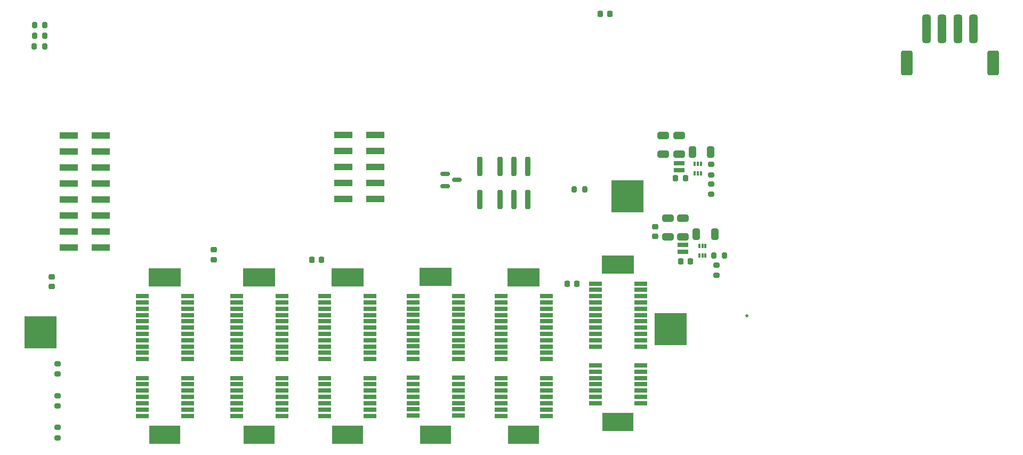
<source format=gbr>
%TF.GenerationSoftware,KiCad,Pcbnew,8.0.4*%
%TF.CreationDate,2024-09-18T10:43:36+01:00*%
%TF.ProjectId,Main_V44,4d61696e-5f56-4343-942e-6b696361645f,rev?*%
%TF.SameCoordinates,Original*%
%TF.FileFunction,Paste,Top*%
%TF.FilePolarity,Positive*%
%FSLAX46Y46*%
G04 Gerber Fmt 4.6, Leading zero omitted, Abs format (unit mm)*
G04 Created by KiCad (PCBNEW 8.0.4) date 2024-09-18 10:43:36*
%MOMM*%
%LPD*%
G01*
G04 APERTURE LIST*
G04 Aperture macros list*
%AMRoundRect*
0 Rectangle with rounded corners*
0 $1 Rounding radius*
0 $2 $3 $4 $5 $6 $7 $8 $9 X,Y pos of 4 corners*
0 Add a 4 corners polygon primitive as box body*
4,1,4,$2,$3,$4,$5,$6,$7,$8,$9,$2,$3,0*
0 Add four circle primitives for the rounded corners*
1,1,$1+$1,$2,$3*
1,1,$1+$1,$4,$5*
1,1,$1+$1,$6,$7*
1,1,$1+$1,$8,$9*
0 Add four rect primitives between the rounded corners*
20,1,$1+$1,$2,$3,$4,$5,0*
20,1,$1+$1,$4,$5,$6,$7,0*
20,1,$1+$1,$6,$7,$8,$9,0*
20,1,$1+$1,$8,$9,$2,$3,0*%
G04 Aperture macros list end*
%ADD10R,5.100000X5.100000*%
%ADD11RoundRect,0.225000X0.225000X0.250000X-0.225000X0.250000X-0.225000X-0.250000X0.225000X-0.250000X0*%
%ADD12RoundRect,0.250000X0.325000X0.650000X-0.325000X0.650000X-0.325000X-0.650000X0.325000X-0.650000X0*%
%ADD13R,3.000000X1.000000*%
%ADD14R,2.000000X0.700000*%
%ADD15R,5.200000X3.000000*%
%ADD16R,5.000000X3.000000*%
%ADD17RoundRect,0.250000X0.650000X-0.325000X0.650000X0.325000X-0.650000X0.325000X-0.650000X-0.325000X0*%
%ADD18RoundRect,0.200000X0.275000X-0.200000X0.275000X0.200000X-0.275000X0.200000X-0.275000X-0.200000X0*%
%ADD19RoundRect,0.200000X-0.200000X-0.275000X0.200000X-0.275000X0.200000X0.275000X-0.200000X0.275000X0*%
%ADD20RoundRect,0.325000X-0.325000X-1.925000X0.325000X-1.925000X0.325000X1.925000X-0.325000X1.925000X0*%
%ADD21RoundRect,0.300001X-0.599999X-1.649999X0.599999X-1.649999X0.599999X1.649999X-0.599999X1.649999X0*%
%ADD22R,1.803400X0.711200*%
%ADD23RoundRect,0.225000X0.250000X-0.225000X0.250000X0.225000X-0.250000X0.225000X-0.250000X-0.225000X0*%
%ADD24RoundRect,0.200000X0.200000X-1.350000X0.200000X1.350000X-0.200000X1.350000X-0.200000X-1.350000X0*%
%ADD25R,0.340000X0.700000*%
%ADD26C,0.500000*%
%ADD27RoundRect,0.225000X-0.250000X0.225000X-0.250000X-0.225000X0.250000X-0.225000X0.250000X0.225000X0*%
%ADD28RoundRect,0.200000X-0.275000X0.200000X-0.275000X-0.200000X0.275000X-0.200000X0.275000X0.200000X0*%
%ADD29RoundRect,0.225000X-0.225000X-0.250000X0.225000X-0.250000X0.225000X0.250000X-0.225000X0.250000X0*%
%ADD30RoundRect,0.150000X-0.587500X-0.150000X0.587500X-0.150000X0.587500X0.150000X-0.587500X0.150000X0*%
%ADD31RoundRect,0.200000X0.200000X0.275000X-0.200000X0.275000X-0.200000X-0.275000X0.200000X-0.275000X0*%
G04 APERTURE END LIST*
D10*
%TO.C,J30*%
X112699800Y-35255200D03*
%TD*%
D11*
%TO.C,C56*%
X57300000Y-24200000D03*
X55750000Y-24200000D03*
%TD*%
D12*
%TO.C,C2*%
X119788200Y-20193000D03*
X116838200Y-20193000D03*
%TD*%
D11*
%TO.C,C58*%
X97879200Y-28067000D03*
X96329200Y-28067000D03*
%TD*%
D13*
%TO.C,J2*%
X17155000Y-22275000D03*
X17155000Y-19735000D03*
X17155000Y-17195000D03*
X17155000Y-14655000D03*
X17155000Y-12115000D03*
X17155000Y-9575000D03*
X17155000Y-7035000D03*
X17155000Y-4495000D03*
X22195000Y-22275000D03*
X22195000Y-19735000D03*
X22195000Y-17195000D03*
X22195000Y-14655000D03*
X22195000Y-12115000D03*
X22195000Y-9575000D03*
X22195000Y-7035000D03*
X22195000Y-4495000D03*
%TD*%
D14*
%TO.C,U17*%
X65000000Y-30000000D03*
X65000000Y-31000000D03*
X65000000Y-32000000D03*
X65000000Y-33000000D03*
X65000000Y-34000000D03*
X65000000Y-35000000D03*
X65000000Y-36000000D03*
X65000000Y-37000000D03*
X65000000Y-38000000D03*
X65000000Y-39000000D03*
X65000000Y-40000000D03*
X65000000Y-43000000D03*
X65000000Y-44000000D03*
X65000000Y-45000000D03*
X65000000Y-46000000D03*
X65000000Y-47000000D03*
X65000000Y-48000000D03*
X65000000Y-49000000D03*
X57800000Y-30000000D03*
X57800000Y-31000000D03*
X57800000Y-32000000D03*
X57800000Y-33000000D03*
X57800000Y-34000000D03*
X57800000Y-35000000D03*
X57800000Y-36000000D03*
X57800000Y-37000000D03*
X57800000Y-38000000D03*
X57800000Y-39000000D03*
X57800000Y-40000000D03*
X57800000Y-43000000D03*
X57800000Y-44000000D03*
X57800000Y-45000000D03*
X57800000Y-46000000D03*
X57800000Y-47000000D03*
X57800000Y-48000000D03*
X57800000Y-49000000D03*
D15*
X61400000Y-27000000D03*
D16*
X61400000Y-52000000D03*
%TD*%
D17*
%TO.C,C13*%
X114071400Y-7444000D03*
X114071400Y-4494000D03*
%TD*%
D18*
%TO.C,R49*%
X15367000Y-42354000D03*
X15367000Y-40704000D03*
%TD*%
D10*
%TO.C,J29*%
X105867200Y-14147800D03*
%TD*%
D19*
%TO.C,R47*%
X97445000Y-13080000D03*
X99095000Y-13080000D03*
%TD*%
D17*
%TO.C,C9*%
X114681000Y-20575800D03*
X114681000Y-17625800D03*
%TD*%
D13*
%TO.C,J3*%
X65795000Y-4445000D03*
X65795000Y-6985000D03*
X65795000Y-9525000D03*
X65795000Y-12065000D03*
X65795000Y-14605000D03*
X60755000Y-4445000D03*
X60755000Y-6985000D03*
X60755000Y-9525000D03*
X60755000Y-12065000D03*
X60755000Y-14605000D03*
%TD*%
D20*
%TO.C,J1*%
X153349000Y12400400D03*
X155849000Y12400400D03*
X158349000Y12400400D03*
X160849000Y12400400D03*
D21*
X150249000Y7050400D03*
X163949000Y7050400D03*
%TD*%
D22*
%TO.C,L2*%
X114122200Y-8928100D03*
X114122200Y-10020300D03*
%TD*%
D23*
%TO.C,C55*%
X40200000Y-24200000D03*
X40200000Y-22650000D03*
%TD*%
D14*
%TO.C,U15*%
X93000000Y-30000000D03*
X93000000Y-31000000D03*
X93000000Y-32000000D03*
X93000000Y-33000000D03*
X93000000Y-34000000D03*
X93000000Y-35000000D03*
X93000000Y-36000000D03*
X93000000Y-37000000D03*
X93000000Y-38000000D03*
X93000000Y-39000000D03*
X93000000Y-40000000D03*
X93000000Y-43000000D03*
X93000000Y-44000000D03*
X93000000Y-45000000D03*
X93000000Y-46000000D03*
X93000000Y-47000000D03*
X93000000Y-48000000D03*
X93000000Y-49000000D03*
X85800000Y-30000000D03*
X85800000Y-31000000D03*
X85800000Y-32000000D03*
X85800000Y-33000000D03*
X85800000Y-34000000D03*
X85800000Y-35000000D03*
X85800000Y-36000000D03*
X85800000Y-37000000D03*
X85800000Y-38000000D03*
X85800000Y-39000000D03*
X85800000Y-40000000D03*
X85800000Y-43000000D03*
X85800000Y-44000000D03*
X85800000Y-45000000D03*
X85800000Y-46000000D03*
X85800000Y-47000000D03*
X85800000Y-48000000D03*
X85800000Y-49000000D03*
D15*
X89400000Y-27000000D03*
D16*
X89400000Y-52000000D03*
%TD*%
D17*
%TO.C,C8*%
X112318800Y-20601200D03*
X112318800Y-17651200D03*
%TD*%
D11*
%TO.C,C51*%
X103111600Y14782800D03*
X101561600Y14782800D03*
%TD*%
D24*
%TO.C,K1*%
X82407600Y-14689600D03*
X85607600Y-14689600D03*
X87807600Y-14689600D03*
X90007600Y-14689600D03*
X90007600Y-9389600D03*
X87807600Y-9389600D03*
X85607600Y-9389600D03*
X82407600Y-9389600D03*
%TD*%
D22*
%TO.C,L1*%
X114706400Y-21882100D03*
X114706400Y-22974300D03*
%TD*%
D10*
%TO.C,J31*%
X12649200Y-35763200D03*
%TD*%
D18*
%TO.C,R50*%
X15367000Y-52488600D03*
X15367000Y-50838600D03*
%TD*%
%TO.C,R24*%
X119176800Y-10731000D03*
X119176800Y-9081000D03*
%TD*%
D25*
%TO.C,U1*%
X118279800Y-22059200D03*
X117779800Y-22059200D03*
X117279800Y-22059200D03*
X117279800Y-23559200D03*
X117779800Y-23559200D03*
X118279800Y-23559200D03*
%TD*%
D14*
%TO.C,U19*%
X36000000Y-30000000D03*
X36000000Y-31000000D03*
X36000000Y-32000000D03*
X36000000Y-33000000D03*
X36000000Y-34000000D03*
X36000000Y-35000000D03*
X36000000Y-36000000D03*
X36000000Y-37000000D03*
X36000000Y-38000000D03*
X36000000Y-39000000D03*
X36000000Y-40000000D03*
X36000000Y-43000000D03*
X36000000Y-44000000D03*
X36000000Y-45000000D03*
X36000000Y-46000000D03*
X36000000Y-47000000D03*
X36000000Y-48000000D03*
X36000000Y-49000000D03*
X28800000Y-30000000D03*
X28800000Y-31000000D03*
X28800000Y-32000000D03*
X28800000Y-33000000D03*
X28800000Y-34000000D03*
X28800000Y-35000000D03*
X28800000Y-36000000D03*
X28800000Y-37000000D03*
X28800000Y-38000000D03*
X28800000Y-39000000D03*
X28800000Y-40000000D03*
X28800000Y-43000000D03*
X28800000Y-44000000D03*
X28800000Y-45000000D03*
X28800000Y-46000000D03*
X28800000Y-47000000D03*
X28800000Y-48000000D03*
X28800000Y-49000000D03*
D15*
X32400000Y-27000000D03*
D16*
X32400000Y-52000000D03*
%TD*%
D26*
%TO.C,TP1*%
X124866400Y-33147000D03*
%TD*%
D14*
%TO.C,U16*%
X79010000Y-29980000D03*
X79010000Y-30980000D03*
X79010000Y-31980000D03*
X79010000Y-32980000D03*
X79010000Y-33980000D03*
X79010000Y-34980000D03*
X79010000Y-35980000D03*
X79010000Y-36980000D03*
X79010000Y-37980000D03*
X79010000Y-38980000D03*
X79010000Y-39980000D03*
X79010000Y-42980000D03*
X79010000Y-43980000D03*
X79010000Y-44980000D03*
X79010000Y-45980000D03*
X79010000Y-46980000D03*
X79010000Y-47980000D03*
X79010000Y-48980000D03*
X71810000Y-29980000D03*
X71810000Y-30980000D03*
X71810000Y-31980000D03*
X71810000Y-32980000D03*
X71810000Y-33980000D03*
X71810000Y-34980000D03*
X71810000Y-35980000D03*
X71810000Y-36980000D03*
X71810000Y-37980000D03*
X71810000Y-38980000D03*
X71810000Y-39980000D03*
X71810000Y-42980000D03*
X71810000Y-43980000D03*
X71810000Y-44980000D03*
X71810000Y-45980000D03*
X71810000Y-46980000D03*
X71810000Y-47980000D03*
X71810000Y-48980000D03*
D15*
X75410000Y-26980000D03*
D16*
X75410000Y-51980000D03*
%TD*%
D27*
%TO.C,C57*%
X14450000Y-26950000D03*
X14450000Y-28500000D03*
%TD*%
D19*
%TO.C,R71*%
X11722600Y13004800D03*
X13372600Y13004800D03*
%TD*%
D17*
%TO.C,C14*%
X111582200Y-7444000D03*
X111582200Y-4494000D03*
%TD*%
D19*
%TO.C,R72*%
X11722600Y11328400D03*
X13372600Y11328400D03*
%TD*%
D28*
%TO.C,R23*%
X119989600Y-25057600D03*
X119989600Y-26707600D03*
%TD*%
D14*
%TO.C,U18*%
X51000000Y-30000000D03*
X51000000Y-31000000D03*
X51000000Y-32000000D03*
X51000000Y-33000000D03*
X51000000Y-34000000D03*
X51000000Y-35000000D03*
X51000000Y-36000000D03*
X51000000Y-37000000D03*
X51000000Y-38000000D03*
X51000000Y-39000000D03*
X51000000Y-40000000D03*
X51000000Y-43000000D03*
X51000000Y-44000000D03*
X51000000Y-45000000D03*
X51000000Y-46000000D03*
X51000000Y-47000000D03*
X51000000Y-48000000D03*
X51000000Y-49000000D03*
X43800000Y-30000000D03*
X43800000Y-31000000D03*
X43800000Y-32000000D03*
X43800000Y-33000000D03*
X43800000Y-34000000D03*
X43800000Y-35000000D03*
X43800000Y-36000000D03*
X43800000Y-37000000D03*
X43800000Y-38000000D03*
X43800000Y-39000000D03*
X43800000Y-40000000D03*
X43800000Y-43000000D03*
X43800000Y-44000000D03*
X43800000Y-45000000D03*
X43800000Y-46000000D03*
X43800000Y-47000000D03*
X43800000Y-48000000D03*
X43800000Y-49000000D03*
D15*
X47400000Y-27000000D03*
D16*
X47400000Y-52000000D03*
%TD*%
D25*
%TO.C,U8*%
X117543200Y-9003600D03*
X117043200Y-9003600D03*
X116543200Y-9003600D03*
X116543200Y-10503600D03*
X117043200Y-10503600D03*
X117543200Y-10503600D03*
%TD*%
D29*
%TO.C,C3*%
X114312400Y-24485600D03*
X115862400Y-24485600D03*
%TD*%
D18*
%TO.C,R25*%
X119176800Y-13829800D03*
X119176800Y-12179800D03*
%TD*%
D29*
%TO.C,C12*%
X113537400Y-11303000D03*
X115087400Y-11303000D03*
%TD*%
D30*
%TO.C,Q1*%
X76913500Y-10607000D03*
X76913500Y-12507000D03*
X78788500Y-11557000D03*
%TD*%
D23*
%TO.C,C5*%
X110261400Y-20536200D03*
X110261400Y-18986200D03*
%TD*%
D31*
%TO.C,R26*%
X121271800Y-23571200D03*
X119621800Y-23571200D03*
%TD*%
D19*
%TO.C,R73*%
X11671800Y9601200D03*
X13321800Y9601200D03*
%TD*%
D18*
%TO.C,R48*%
X15367000Y-47434000D03*
X15367000Y-45784000D03*
%TD*%
D14*
%TO.C,U14*%
X108000000Y-28000000D03*
X108000000Y-29000000D03*
X108000000Y-30000000D03*
X108000000Y-31000000D03*
X108000000Y-32000000D03*
X108000000Y-33000000D03*
X108000000Y-34000000D03*
X108000000Y-35000000D03*
X108000000Y-36000000D03*
X108000000Y-37000000D03*
X108000000Y-38000000D03*
X108000000Y-41000000D03*
X108000000Y-42000000D03*
X108000000Y-43000000D03*
X108000000Y-44000000D03*
X108000000Y-45000000D03*
X108000000Y-46000000D03*
X108000000Y-47000000D03*
X100800000Y-28000000D03*
X100800000Y-29000000D03*
X100800000Y-30000000D03*
X100800000Y-31000000D03*
X100800000Y-32000000D03*
X100800000Y-33000000D03*
X100800000Y-34000000D03*
X100800000Y-35000000D03*
X100800000Y-36000000D03*
X100800000Y-37000000D03*
X100800000Y-38000000D03*
X100800000Y-41000000D03*
X100800000Y-42000000D03*
X100800000Y-43000000D03*
X100800000Y-44000000D03*
X100800000Y-45000000D03*
X100800000Y-46000000D03*
X100800000Y-47000000D03*
D15*
X104400000Y-25000000D03*
D16*
X104400000Y-50000000D03*
%TD*%
D12*
%TO.C,C11*%
X119127800Y-7112000D03*
X116177800Y-7112000D03*
%TD*%
M02*

</source>
